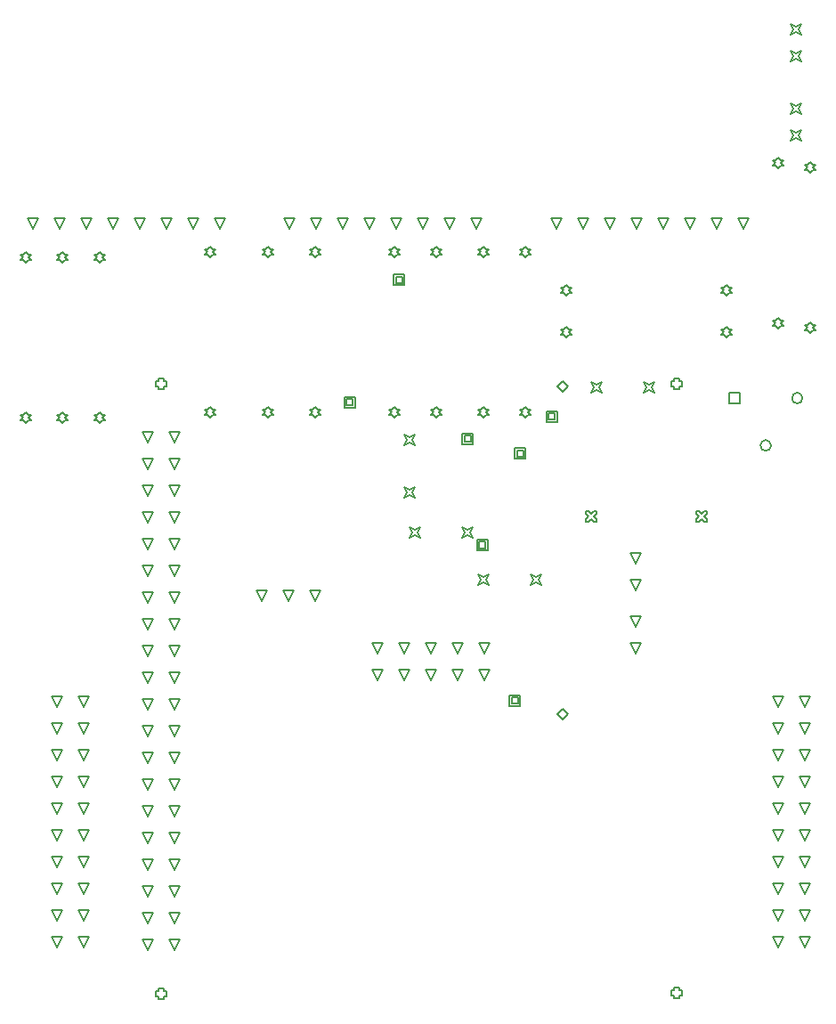
<source format=gbr>
G04 Layer_Color=2752767*
%FSLAX45Y45*%
%MOMM*%
%TF.FileFunction,Drawing*%
%TF.Part,Single*%
G01*
G75*
%TA.AperFunction,NonConductor*%
%ADD68C,0.12700*%
%ADD90C,0.16933*%
D68*
X12634199Y11474201D02*
Y11575801D01*
X12735799D01*
Y11474201D01*
X12634199D01*
X11749998Y9095201D02*
X11699198Y9196801D01*
X11800798D01*
X11749998Y9095201D01*
Y9349201D02*
X11699198Y9450801D01*
X11800798D01*
X11749998Y9349201D01*
Y9949201D02*
X11699198Y10050801D01*
X11800798D01*
X11749998Y9949201D01*
Y9695201D02*
X11699198Y9796801D01*
X11800798D01*
X11749998Y9695201D01*
X13099998Y12187200D02*
X13125398Y12212600D01*
X13150800D01*
X13125398Y12238000D01*
X13150800Y12263400D01*
X13125398D01*
X13099998Y12288800D01*
X13074599Y12263400D01*
X13049199D01*
X13074599Y12238000D01*
X13049199Y12212600D01*
X13074599D01*
X13099998Y12187200D01*
Y13711200D02*
X13125398Y13736600D01*
X13150800D01*
X13125398Y13762000D01*
X13150800Y13787399D01*
X13125398D01*
X13099998Y13812801D01*
X13074599Y13787399D01*
X13049199D01*
X13074599Y13762000D01*
X13049199Y13736600D01*
X13074599D01*
X13099998Y13711200D01*
X9549201Y10574198D02*
X9574601Y10624998D01*
X9549201Y10675798D01*
X9600001Y10650398D01*
X9650801Y10675798D01*
X9625401Y10624998D01*
X9650801Y10574198D01*
X9600001Y10599598D01*
X9549201Y10574198D01*
Y11074202D02*
X9574601Y11125002D01*
X9549201Y11175802D01*
X9600001Y11150402D01*
X9650801Y11175802D01*
X9625401Y11125002D01*
X9650801Y11074202D01*
X9600001Y11099602D01*
X9549201Y11074202D01*
X5950001Y12811195D02*
X5975401Y12836597D01*
X6000801D01*
X5975401Y12861996D01*
X6000801Y12887396D01*
X5975401D01*
X5950001Y12912796D01*
X5924601Y12887396D01*
X5899201D01*
X5924601Y12861996D01*
X5899201Y12836597D01*
X5924601D01*
X5950001Y12811195D01*
Y11287196D02*
X5975401Y11312596D01*
X6000801D01*
X5975401Y11337996D01*
X6000801Y11363396D01*
X5975401D01*
X5950001Y11388796D01*
X5924601Y11363396D01*
X5899201D01*
X5924601Y11337996D01*
X5899201Y11312596D01*
X5924601D01*
X5950001Y11287196D01*
X6300003D02*
X6325403Y11312596D01*
X6350803D01*
X6325403Y11337996D01*
X6350803Y11363396D01*
X6325403D01*
X6300003Y11388796D01*
X6274603Y11363396D01*
X6249203D01*
X6274603Y11337996D01*
X6249203Y11312596D01*
X6274603D01*
X6300003Y11287196D01*
Y12811195D02*
X6325403Y12836597D01*
X6350803D01*
X6325403Y12861996D01*
X6350803Y12887396D01*
X6325403D01*
X6300003Y12912796D01*
X6274603Y12887396D01*
X6249203D01*
X6274603Y12861996D01*
X6249203Y12836597D01*
X6274603D01*
X6300003Y12811195D01*
X6649999Y12811201D02*
X6675399Y12836601D01*
X6700799D01*
X6675399Y12862001D01*
X6700799Y12887401D01*
X6675399D01*
X6649999Y12912801D01*
X6624599Y12887401D01*
X6599199D01*
X6624599Y12862001D01*
X6599199Y12836601D01*
X6624599D01*
X6649999Y12811201D01*
Y11287201D02*
X6675399Y11312601D01*
X6700799D01*
X6675399Y11338001D01*
X6700799Y11363401D01*
X6675399D01*
X6649999Y11388801D01*
X6624599Y11363401D01*
X6599199D01*
X6624599Y11338001D01*
X6599199Y11312601D01*
X6624599D01*
X6649999Y11287201D01*
X7700000Y11337199D02*
X7725400Y11362599D01*
X7750800D01*
X7725400Y11387999D01*
X7750800Y11413399D01*
X7725400D01*
X7700000Y11438799D01*
X7674600Y11413399D01*
X7649200D01*
X7674600Y11387999D01*
X7649200Y11362599D01*
X7674600D01*
X7700000Y11337199D01*
Y12861198D02*
X7725400Y12886600D01*
X7750800D01*
X7725400Y12912000D01*
X7750800Y12937399D01*
X7725400D01*
X7700000Y12962799D01*
X7674600Y12937399D01*
X7649200D01*
X7674600Y12912000D01*
X7649200Y12886600D01*
X7674600D01*
X7700000Y12861198D01*
X12113600Y11637599D02*
Y11612199D01*
X12164400D01*
Y11637599D01*
X12189800D01*
Y11688399D01*
X12164400D01*
Y11713799D01*
X12113600D01*
Y11688399D01*
X12088200D01*
Y11637599D01*
X12113600D01*
X7213600Y5837601D02*
Y5812201D01*
X7264400D01*
Y5837601D01*
X7289800D01*
Y5888401D01*
X7264400D01*
Y5913801D01*
X7213600D01*
Y5888401D01*
X7188200D01*
Y5837601D01*
X7213600D01*
X12113600Y5846399D02*
Y5820999D01*
X12164400D01*
Y5846399D01*
X12189800D01*
Y5897199D01*
X12164400D01*
Y5922599D01*
X12113600D01*
Y5897199D01*
X12088200D01*
Y5846399D01*
X12113600D01*
X7213600Y11637599D02*
Y11612199D01*
X7264400D01*
Y11637599D01*
X7289800D01*
Y11688399D01*
X7264400D01*
Y11713799D01*
X7213600D01*
Y11688399D01*
X7188200D01*
Y11637599D01*
X7213600D01*
X9296400Y9093200D02*
X9245600Y9194800D01*
X9347200D01*
X9296400Y9093200D01*
Y8839200D02*
X9245600Y8940800D01*
X9347200D01*
X9296400Y8839200D01*
X9550400Y9093200D02*
X9499600Y9194800D01*
X9601200D01*
X9550400Y9093200D01*
Y8839200D02*
X9499600Y8940800D01*
X9601200D01*
X9550400Y8839200D01*
X9804400Y9093200D02*
X9753600Y9194800D01*
X9855200D01*
X9804400Y9093200D01*
Y8839200D02*
X9753600Y8940800D01*
X9855200D01*
X9804400Y8839200D01*
X10058400Y9093200D02*
X10007600Y9194800D01*
X10109200D01*
X10058400Y9093200D01*
Y8839200D02*
X10007600Y8940800D01*
X10109200D01*
X10058400Y8839200D01*
X10312400Y9093200D02*
X10261600Y9194800D01*
X10363200D01*
X10312400Y9093200D01*
Y8839200D02*
X10261600Y8940800D01*
X10363200D01*
X10312400Y8839200D01*
X12770896Y13133502D02*
X12720096Y13235101D01*
X12821696D01*
X12770896Y13133502D01*
X12516896D02*
X12466096Y13235101D01*
X12567696D01*
X12516896Y13133502D01*
X12262896D02*
X12212096Y13235101D01*
X12313696D01*
X12262896Y13133502D01*
X12008896D02*
X11958096Y13235101D01*
X12059696D01*
X12008896Y13133502D01*
X11754896D02*
X11704096Y13235101D01*
X11805696D01*
X11754896Y13133502D01*
X11500896D02*
X11450096Y13235101D01*
X11551696D01*
X11500896Y13133502D01*
X11246896D02*
X11196096Y13235101D01*
X11297696D01*
X11246896Y13133502D01*
X10992896D02*
X10942096Y13235101D01*
X11043696D01*
X10992896Y13133502D01*
X10230896D02*
X10180096Y13235101D01*
X10281696D01*
X10230896Y13133502D01*
X9976896D02*
X9926096Y13235101D01*
X10027696D01*
X9976896Y13133502D01*
X9722896D02*
X9672096Y13235101D01*
X9773696D01*
X9722896Y13133502D01*
X9468896D02*
X9418096Y13235101D01*
X9519696D01*
X9468896Y13133502D01*
X9214896D02*
X9164096Y13235101D01*
X9265696D01*
X9214896Y13133502D01*
X8960896D02*
X8910096Y13235101D01*
X9011696D01*
X8960896Y13133502D01*
X8706896D02*
X8656096Y13235101D01*
X8757696D01*
X8706896Y13133502D01*
X8452896D02*
X8402096Y13235101D01*
X8503696D01*
X8452896Y13133502D01*
X7792496D02*
X7741696Y13235101D01*
X7843296D01*
X7792496Y13133502D01*
X7538496D02*
X7487696Y13235101D01*
X7589296D01*
X7538496Y13133502D01*
X7284496D02*
X7233696Y13235101D01*
X7335296D01*
X7284496Y13133502D01*
X7030496D02*
X6979696Y13235101D01*
X7081296D01*
X7030496Y13133502D01*
X6776496D02*
X6725696Y13235101D01*
X6827296D01*
X6776496Y13133502D01*
X6522496D02*
X6471696Y13235101D01*
X6573296D01*
X6522496Y13133502D01*
X6268496D02*
X6217696Y13235101D01*
X6319296D01*
X6268496Y13133502D01*
X6014496D02*
X5963696Y13235101D01*
X6065296D01*
X6014496Y13133502D01*
X13106400Y6299200D02*
X13055600Y6400800D01*
X13157201D01*
X13106400Y6299200D01*
X13360400D02*
X13309599Y6400800D01*
X13411200D01*
X13360400Y6299200D01*
X13106400Y6553200D02*
X13055600Y6654800D01*
X13157201D01*
X13106400Y6553200D01*
X13360400D02*
X13309599Y6654800D01*
X13411200D01*
X13360400Y6553200D01*
X13106400Y6807200D02*
X13055600Y6908800D01*
X13157201D01*
X13106400Y6807200D01*
X13360400D02*
X13309599Y6908800D01*
X13411200D01*
X13360400Y6807200D01*
X13106400Y7061200D02*
X13055600Y7162800D01*
X13157201D01*
X13106400Y7061200D01*
X13360400D02*
X13309599Y7162800D01*
X13411200D01*
X13360400Y7061200D01*
X13106400Y7315200D02*
X13055600Y7416800D01*
X13157201D01*
X13106400Y7315200D01*
X13360400D02*
X13309599Y7416800D01*
X13411200D01*
X13360400Y7315200D01*
X13106400Y7569200D02*
X13055600Y7670800D01*
X13157201D01*
X13106400Y7569200D01*
X13360400D02*
X13309599Y7670800D01*
X13411200D01*
X13360400Y7569200D01*
X13106400Y7823200D02*
X13055600Y7924800D01*
X13157201D01*
X13106400Y7823200D01*
X13360400D02*
X13309599Y7924800D01*
X13411200D01*
X13360400Y7823200D01*
X13106400Y8077200D02*
X13055600Y8178800D01*
X13157201D01*
X13106400Y8077200D01*
X13360400D02*
X13309599Y8178800D01*
X13411200D01*
X13360400Y8077200D01*
X13106400Y8331200D02*
X13055600Y8432800D01*
X13157201D01*
X13106400Y8331200D01*
X13360400D02*
X13309599Y8432800D01*
X13411200D01*
X13360400Y8331200D01*
X13106400Y8585200D02*
X13055600Y8686800D01*
X13157201D01*
X13106400Y8585200D01*
X13360400D02*
X13309599Y8686800D01*
X13411200D01*
X13360400Y8585200D01*
X6248400Y6299200D02*
X6197600Y6400800D01*
X6299200D01*
X6248400Y6299200D01*
X6502400D02*
X6451600Y6400800D01*
X6553200D01*
X6502400Y6299200D01*
X6248400Y6553200D02*
X6197600Y6654800D01*
X6299200D01*
X6248400Y6553200D01*
X6502400D02*
X6451600Y6654800D01*
X6553200D01*
X6502400Y6553200D01*
X6248400Y6807200D02*
X6197600Y6908800D01*
X6299200D01*
X6248400Y6807200D01*
X6502400D02*
X6451600Y6908800D01*
X6553200D01*
X6502400Y6807200D01*
X6248400Y7061200D02*
X6197600Y7162800D01*
X6299200D01*
X6248400Y7061200D01*
X6502400D02*
X6451600Y7162800D01*
X6553200D01*
X6502400Y7061200D01*
X6248400Y7315200D02*
X6197600Y7416800D01*
X6299200D01*
X6248400Y7315200D01*
X6502400D02*
X6451600Y7416800D01*
X6553200D01*
X6502400Y7315200D01*
X6248400Y7569200D02*
X6197600Y7670800D01*
X6299200D01*
X6248400Y7569200D01*
X6502400D02*
X6451600Y7670800D01*
X6553200D01*
X6502400Y7569200D01*
X6248400Y7823200D02*
X6197600Y7924800D01*
X6299200D01*
X6248400Y7823200D01*
X6502400D02*
X6451600Y7924800D01*
X6553200D01*
X6502400Y7823200D01*
X6248400Y8077200D02*
X6197600Y8178800D01*
X6299200D01*
X6248400Y8077200D01*
X6502400D02*
X6451600Y8178800D01*
X6553200D01*
X6502400Y8077200D01*
X6248400Y8331200D02*
X6197600Y8432800D01*
X6299200D01*
X6248400Y8331200D01*
X6502400D02*
X6451600Y8432800D01*
X6553200D01*
X6502400Y8331200D01*
X6248400Y8585200D02*
X6197600Y8686800D01*
X6299200D01*
X6248400Y8585200D01*
X6502400D02*
X6451600Y8686800D01*
X6553200D01*
X6502400Y8585200D01*
X7366000Y11099800D02*
X7315200Y11201400D01*
X7416800D01*
X7366000Y11099800D01*
X7112000D02*
X7061200Y11201400D01*
X7162800D01*
X7112000Y11099800D01*
X7366000Y10845800D02*
X7315200Y10947400D01*
X7416800D01*
X7366000Y10845800D01*
X7112000D02*
X7061200Y10947400D01*
X7162800D01*
X7112000Y10845800D01*
X7366000Y10591800D02*
X7315200Y10693400D01*
X7416800D01*
X7366000Y10591800D01*
X7112000D02*
X7061200Y10693400D01*
X7162800D01*
X7112000Y10591800D01*
X7366000Y10337800D02*
X7315200Y10439400D01*
X7416800D01*
X7366000Y10337800D01*
X7112000D02*
X7061200Y10439400D01*
X7162800D01*
X7112000Y10337800D01*
X7366000Y10083800D02*
X7315200Y10185400D01*
X7416800D01*
X7366000Y10083800D01*
X7112000D02*
X7061200Y10185400D01*
X7162800D01*
X7112000Y10083800D01*
X7366000Y9829800D02*
X7315200Y9931400D01*
X7416800D01*
X7366000Y9829800D01*
X7112000D02*
X7061200Y9931400D01*
X7162800D01*
X7112000Y9829800D01*
X7366000Y9575800D02*
X7315200Y9677400D01*
X7416800D01*
X7366000Y9575800D01*
X7112000D02*
X7061200Y9677400D01*
X7162800D01*
X7112000Y9575800D01*
X7366000Y9321800D02*
X7315200Y9423400D01*
X7416800D01*
X7366000Y9321800D01*
X7112000D02*
X7061200Y9423400D01*
X7162800D01*
X7112000Y9321800D01*
X7366000Y9067800D02*
X7315200Y9169400D01*
X7416800D01*
X7366000Y9067800D01*
X7112000D02*
X7061200Y9169400D01*
X7162800D01*
X7112000Y9067800D01*
X7366000Y8813800D02*
X7315200Y8915400D01*
X7416800D01*
X7366000Y8813800D01*
X7112000D02*
X7061200Y8915400D01*
X7162800D01*
X7112000Y8813800D01*
X7366000Y8559800D02*
X7315200Y8661400D01*
X7416800D01*
X7366000Y8559800D01*
X7112000D02*
X7061200Y8661400D01*
X7162800D01*
X7112000Y8559800D01*
X7366000Y8305800D02*
X7315200Y8407400D01*
X7416800D01*
X7366000Y8305800D01*
X7112000D02*
X7061200Y8407400D01*
X7162800D01*
X7112000Y8305800D01*
X7366000Y8051800D02*
X7315200Y8153400D01*
X7416800D01*
X7366000Y8051800D01*
X7112000D02*
X7061200Y8153400D01*
X7162800D01*
X7112000Y8051800D01*
X7366000Y7797800D02*
X7315200Y7899400D01*
X7416800D01*
X7366000Y7797800D01*
X7112000D02*
X7061200Y7899400D01*
X7162800D01*
X7112000Y7797800D01*
X7366000Y7543800D02*
X7315200Y7645400D01*
X7416800D01*
X7366000Y7543800D01*
X7112000D02*
X7061200Y7645400D01*
X7162800D01*
X7112000Y7543800D01*
X7366000Y7289800D02*
X7315200Y7391400D01*
X7416800D01*
X7366000Y7289800D01*
X7112000D02*
X7061200Y7391400D01*
X7162800D01*
X7112000Y7289800D01*
X7366000Y7035800D02*
X7315200Y7137400D01*
X7416800D01*
X7366000Y7035800D01*
X7112000D02*
X7061200Y7137400D01*
X7162800D01*
X7112000Y7035800D01*
X7366000Y6781800D02*
X7315200Y6883400D01*
X7416800D01*
X7366000Y6781800D01*
X7112000D02*
X7061200Y6883400D01*
X7162800D01*
X7112000Y6781800D01*
X7366000Y6527800D02*
X7315200Y6629400D01*
X7416800D01*
X7366000Y6527800D01*
X7112000D02*
X7061200Y6629400D01*
X7162800D01*
X7112000Y6527800D01*
X7366000Y6273800D02*
X7315200Y6375400D01*
X7416800D01*
X7366000Y6273800D01*
X7112000D02*
X7061200Y6375400D01*
X7162800D01*
X7112000Y6273800D01*
X10749204Y9749201D02*
X10774604Y9800001D01*
X10749204Y9850801D01*
X10800004Y9825401D01*
X10850804Y9850801D01*
X10825404Y9800001D01*
X10850804Y9749201D01*
X10800004Y9774601D01*
X10749204Y9749201D01*
X10249200D02*
X10274600Y9800001D01*
X10249200Y9850801D01*
X10300000Y9825401D01*
X10350800Y9850801D01*
X10325400Y9800001D01*
X10350800Y9749201D01*
X10300000Y9774601D01*
X10249200Y9749201D01*
X9599200Y10199198D02*
X9624600Y10249998D01*
X9599200Y10300798D01*
X9650000Y10275398D01*
X9700800Y10300798D01*
X9675400Y10249998D01*
X9700800Y10199198D01*
X9650000Y10224598D01*
X9599200Y10199198D01*
X10099204D02*
X10124604Y10249998D01*
X10099204Y10300798D01*
X10150004Y10275398D01*
X10200804Y10300798D01*
X10175404Y10249998D01*
X10200804Y10199198D01*
X10150004Y10224598D01*
X10099204Y10199198D01*
X11324199Y11574201D02*
X11349599Y11625001D01*
X11324199Y11675801D01*
X11374999Y11650401D01*
X11425799Y11675801D01*
X11400399Y11625001D01*
X11425799Y11574201D01*
X11374999Y11599601D01*
X11324199Y11574201D01*
X11824203D02*
X11849603Y11625001D01*
X11824203Y11675801D01*
X11875003Y11650401D01*
X11925803Y11675801D01*
X11900403Y11625001D01*
X11925803Y11574201D01*
X11875003Y11599601D01*
X11824203Y11574201D01*
X8192002Y9599198D02*
X8141202Y9700798D01*
X8242802D01*
X8192002Y9599198D01*
X8446002D02*
X8395202Y9700798D01*
X8496802D01*
X8446002Y9599198D01*
X8700002D02*
X8649202Y9700798D01*
X8750802D01*
X8700002Y9599198D01*
X12611999Y12499198D02*
X12637399Y12524598D01*
X12662799D01*
X12637399Y12549998D01*
X12662799Y12575398D01*
X12637399D01*
X12611999Y12600798D01*
X12586599Y12575398D01*
X12561199D01*
X12586599Y12549998D01*
X12561199Y12524598D01*
X12586599D01*
X12611999Y12499198D01*
X11087999D02*
X11113399Y12524598D01*
X11138799D01*
X11113399Y12549998D01*
X11138799Y12575398D01*
X11113399D01*
X11087999Y12600798D01*
X11062599Y12575398D01*
X11037199D01*
X11062599Y12549998D01*
X11037199Y12524598D01*
X11062599D01*
X11087999Y12499198D01*
X12611999Y12099199D02*
X12637399Y12124599D01*
X12662799D01*
X12637399Y12149999D01*
X12662799Y12175399D01*
X12637399D01*
X12611999Y12200799D01*
X12586599Y12175399D01*
X12561199D01*
X12586599Y12149999D01*
X12561199Y12124599D01*
X12586599D01*
X12611999Y12099199D01*
X11087999D02*
X11113399Y12124599D01*
X11138799D01*
X11113399Y12149999D01*
X11138799Y12175399D01*
X11113399D01*
X11087999Y12200799D01*
X11062599Y12175399D01*
X11037199D01*
X11062599Y12149999D01*
X11037199Y12124599D01*
X11062599D01*
X11087999Y12099199D01*
X10300000Y12861198D02*
X10325400Y12886600D01*
X10350800D01*
X10325400Y12912000D01*
X10350800Y12937399D01*
X10325400D01*
X10300000Y12962799D01*
X10274600Y12937399D01*
X10249200D01*
X10274600Y12912000D01*
X10249200Y12886600D01*
X10274600D01*
X10300000Y12861198D01*
Y11337199D02*
X10325400Y11362599D01*
X10350800D01*
X10325400Y11387999D01*
X10350800Y11413399D01*
X10325400D01*
X10300000Y11438799D01*
X10274600Y11413399D01*
X10249200D01*
X10274600Y11387999D01*
X10249200Y11362599D01*
X10274600D01*
X10300000Y11337199D01*
X10699999Y12861198D02*
X10725399Y12886600D01*
X10750799D01*
X10725399Y12912000D01*
X10750799Y12937399D01*
X10725399D01*
X10699999Y12962799D01*
X10674599Y12937399D01*
X10649199D01*
X10674599Y12912000D01*
X10649199Y12886600D01*
X10674599D01*
X10699999Y12861198D01*
Y11337199D02*
X10725399Y11362599D01*
X10750799D01*
X10725399Y11387999D01*
X10750799Y11413399D01*
X10725399D01*
X10699999Y11438799D01*
X10674599Y11413399D01*
X10649199D01*
X10674599Y11387999D01*
X10649199Y11362599D01*
X10674599D01*
X10699999Y11337199D01*
X8699998D02*
X8725398Y11362599D01*
X8750798D01*
X8725398Y11387999D01*
X8750798Y11413399D01*
X8725398D01*
X8699998Y11438799D01*
X8674598Y11413399D01*
X8649198D01*
X8674598Y11387999D01*
X8649198Y11362599D01*
X8674598D01*
X8699998Y11337199D01*
Y12861198D02*
X8725398Y12886600D01*
X8750798D01*
X8725398Y12912000D01*
X8750798Y12937399D01*
X8725398D01*
X8699998Y12962799D01*
X8674598Y12937399D01*
X8649198D01*
X8674598Y12912000D01*
X8649198Y12886600D01*
X8674598D01*
X8699998Y12861198D01*
X9849998Y11337199D02*
X9875398Y11362599D01*
X9900798D01*
X9875398Y11387999D01*
X9900798Y11413399D01*
X9875398D01*
X9849998Y11438799D01*
X9824598Y11413399D01*
X9799198D01*
X9824598Y11387999D01*
X9799198Y11362599D01*
X9824598D01*
X9849998Y11337199D01*
Y12861198D02*
X9875398Y12886600D01*
X9900798D01*
X9875398Y12912000D01*
X9900798Y12937399D01*
X9875398D01*
X9849998Y12962799D01*
X9824598Y12937399D01*
X9799198D01*
X9824598Y12912000D01*
X9799198Y12886600D01*
X9824598D01*
X9849998Y12861198D01*
X8250001D02*
X8275401Y12886600D01*
X8300801D01*
X8275401Y12912000D01*
X8300801Y12937399D01*
X8275401D01*
X8250001Y12962799D01*
X8224601Y12937399D01*
X8199201D01*
X8224601Y12912000D01*
X8199201Y12886600D01*
X8224601D01*
X8250001Y12861198D01*
Y11337199D02*
X8275401Y11362599D01*
X8300801D01*
X8275401Y11387999D01*
X8300801Y11413399D01*
X8275401D01*
X8250001Y11438799D01*
X8224601Y11413399D01*
X8199201D01*
X8224601Y11387999D01*
X8199201Y11362599D01*
X8224601D01*
X8250001Y11337199D01*
X9449999Y12861198D02*
X9475399Y12886600D01*
X9500799D01*
X9475399Y12912000D01*
X9500799Y12937399D01*
X9475399D01*
X9449999Y12962799D01*
X9424599Y12937399D01*
X9399199D01*
X9424599Y12912000D01*
X9399199Y12886600D01*
X9424599D01*
X9449999Y12861198D01*
Y11337199D02*
X9475399Y11362599D01*
X9500799D01*
X9475399Y11387999D01*
X9500799Y11413399D01*
X9475399D01*
X9449999Y11438799D01*
X9424599Y11413399D01*
X9399199D01*
X9424599Y11387999D01*
X9399199Y11362599D01*
X9424599D01*
X9449999Y11337199D01*
X13411200Y12141200D02*
X13436600Y12166600D01*
X13462000D01*
X13436600Y12192000D01*
X13462000Y12217400D01*
X13436600D01*
X13411200Y12242800D01*
X13385800Y12217400D01*
X13360400D01*
X13385800Y12192000D01*
X13360400Y12166600D01*
X13385800D01*
X13411200Y12141200D01*
Y13665199D02*
X13436600Y13690601D01*
X13462000D01*
X13436600Y13716000D01*
X13462000Y13741400D01*
X13436600D01*
X13411200Y13766800D01*
X13385800Y13741400D01*
X13360400D01*
X13385800Y13716000D01*
X13360400Y13690601D01*
X13385800D01*
X13411200Y13665199D01*
X11276202Y10349200D02*
X11301602D01*
X11327002Y10374600D01*
X11352402Y10349200D01*
X11377802D01*
Y10374600D01*
X11352402Y10400000D01*
X11377802Y10425400D01*
Y10450800D01*
X11352402D01*
X11327002Y10425400D01*
X11301602Y10450800D01*
X11276202D01*
Y10425400D01*
X11301602Y10400000D01*
X11276202Y10374600D01*
Y10349200D01*
X12322200D02*
X12347600D01*
X12373000Y10374600D01*
X12398400Y10349200D01*
X12423800D01*
Y10374600D01*
X12398400Y10400000D01*
X12423800Y10425400D01*
Y10450800D01*
X12398400D01*
X12373000Y10425400D01*
X12347600Y10450800D01*
X12322200D01*
Y10425400D01*
X12347600Y10400000D01*
X12322200Y10374600D01*
Y10349200D01*
X11001202Y11640000D02*
X11052002Y11690800D01*
X11102802Y11640000D01*
X11052002Y11589200D01*
X11001202Y11640000D01*
Y8520000D02*
X11052002Y8570800D01*
X11102802Y8520000D01*
X11052002Y8469200D01*
X11001202Y8520000D01*
X13220700Y13970702D02*
X13246100Y14021501D01*
X13220700Y14072301D01*
X13271500Y14046901D01*
X13322301Y14072301D01*
X13296899Y14021501D01*
X13322301Y13970702D01*
X13271500Y13996101D01*
X13220700Y13970702D01*
Y14224701D02*
X13246100Y14275500D01*
X13220700Y14326302D01*
X13271500Y14300900D01*
X13322301Y14326302D01*
X13296899Y14275500D01*
X13322301Y14224701D01*
X13271500Y14250101D01*
X13220700Y14224701D01*
X13222203Y14976199D02*
X13247603Y15027000D01*
X13222203Y15077800D01*
X13273003Y15052400D01*
X13323804Y15077800D01*
X13298402Y15027000D01*
X13323804Y14976199D01*
X13273003Y15001601D01*
X13222203Y14976199D01*
Y14722200D02*
X13247603Y14773000D01*
X13222203Y14823801D01*
X13273003Y14798399D01*
X13323804Y14823801D01*
X13298402Y14773000D01*
X13323804Y14722200D01*
X13273003Y14747600D01*
X13222203Y14722200D01*
X10899200Y11299200D02*
Y11400800D01*
X11000800D01*
Y11299200D01*
X10899200D01*
X10919520Y11319520D02*
Y11380480D01*
X10980480D01*
Y11319520D01*
X10919520D01*
X10549200Y8599200D02*
Y8700800D01*
X10650800D01*
Y8599200D01*
X10549200D01*
X10569520Y8619520D02*
Y8680480D01*
X10630480D01*
Y8619520D01*
X10569520D01*
X9449200Y12599200D02*
Y12700800D01*
X9550800D01*
Y12599200D01*
X9449200D01*
X9469520Y12619520D02*
Y12680480D01*
X9530480D01*
Y12619520D01*
X9469520D01*
X10238740Y10078720D02*
Y10180320D01*
X10340340D01*
Y10078720D01*
X10238740D01*
X10259060Y10099040D02*
Y10160000D01*
X10320020D01*
Y10099040D01*
X10259060D01*
X8978900Y11435080D02*
Y11536680D01*
X9080500D01*
Y11435080D01*
X8978900D01*
X8999220Y11455400D02*
Y11516360D01*
X9060180D01*
Y11455400D01*
X8999220D01*
X10099700Y11089640D02*
Y11191240D01*
X10201300D01*
Y11089640D01*
X10099700D01*
X10120020Y11109960D02*
Y11170920D01*
X10180980D01*
Y11109960D01*
X10120020D01*
X10599200Y10949200D02*
Y11050800D01*
X10700800D01*
Y10949200D01*
X10599200D01*
X10619520Y10969520D02*
Y11030480D01*
X10680480D01*
Y10969520D01*
X10619520D01*
D90*
X13335803Y11525001D02*
G03*
X13335803Y11525001I-50800J0D01*
G01*
X13035799Y11074999D02*
G03*
X13035799Y11074999I-50800J0D01*
G01*
%TF.MD5,A63A18D8D029439803F061C52C281D74*%
M02*

</source>
